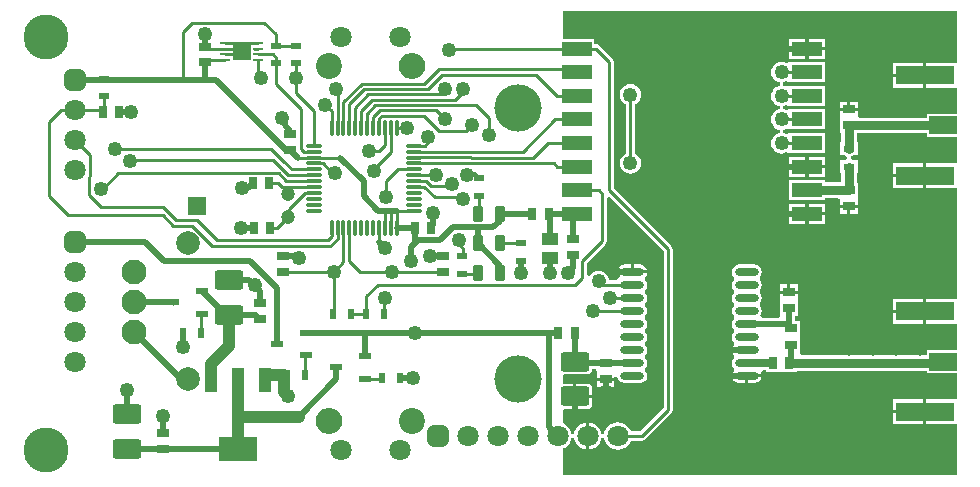
<source format=gtl>
G04*
G04 #@! TF.GenerationSoftware,Altium Limited,Altium Designer,18.1.1 (9)*
G04*
G04 Layer_Physical_Order=1*
G04 Layer_Color=255*
%FSLAX42Y42*%
%MOMM*%
G71*
G01*
G75*
%ADD42C,4.00*%
%ADD43C,1.20*%
%ADD44R,1.00X2.15*%
%ADD45R,3.25X2.15*%
%ADD46R,0.95X0.60*%
%ADD47R,1.50X1.50*%
%ADD48R,0.85X0.25*%
%ADD49R,1.00X0.80*%
G04:AMPARAMS|DCode=50|XSize=1.66mm|YSize=2.42mm|CornerRadius=0.25mm|HoleSize=0mm|Usage=FLASHONLY|Rotation=270.000|XOffset=0mm|YOffset=0mm|HoleType=Round|Shape=RoundedRectangle|*
%AMROUNDEDRECTD50*
21,1,1.66,1.92,0,0,270.0*
21,1,1.16,2.42,0,0,270.0*
1,1,0.50,-0.96,-0.58*
1,1,0.50,-0.96,0.58*
1,1,0.50,0.96,0.58*
1,1,0.50,0.96,-0.58*
%
%ADD50ROUNDEDRECTD50*%
%ADD51R,0.80X1.00*%
%ADD52R,1.02X0.74*%
%ADD53O,1.45X0.30*%
%ADD54O,0.30X1.45*%
%ADD55R,0.60X0.95*%
%ADD56R,1.00X0.60*%
%ADD57R,0.74X1.02*%
%ADD58R,4.90X1.60*%
%ADD59R,2.35X1.50*%
%ADD60R,1.45X1.00*%
G04:AMPARAMS|DCode=61|XSize=0.86mm|YSize=1.35mm|CornerRadius=0.22mm|HoleSize=0mm|Usage=FLASHONLY|Rotation=0.000|XOffset=0mm|YOffset=0mm|HoleType=Round|Shape=RoundedRectangle|*
%AMROUNDEDRECTD61*
21,1,0.86,0.91,0,0,0.0*
21,1,0.42,1.35,0,0,0.0*
1,1,0.44,0.21,-0.46*
1,1,0.44,-0.21,-0.46*
1,1,0.44,-0.21,0.46*
1,1,0.44,0.21,0.46*
%
%ADD61ROUNDEDRECTD61*%
%ADD62R,2.50X1.20*%
%ADD63O,2.00X0.70*%
%ADD64C,0.25*%
%ADD65C,0.50*%
%ADD66C,1.00*%
%ADD67C,0.80*%
%ADD68C,0.70*%
G04:AMPARAMS|DCode=69|XSize=1.8mm|YSize=1.8mm|CornerRadius=0.45mm|HoleSize=0mm|Usage=FLASHONLY|Rotation=0.000|XOffset=0mm|YOffset=0mm|HoleType=Round|Shape=RoundedRectangle|*
%AMROUNDEDRECTD69*
21,1,1.80,0.90,0,0,0.0*
21,1,0.90,1.80,0,0,0.0*
1,1,0.90,0.45,-0.45*
1,1,0.90,-0.45,-0.45*
1,1,0.90,-0.45,0.45*
1,1,0.90,0.45,0.45*
%
%ADD69ROUNDEDRECTD69*%
%ADD70C,1.80*%
%ADD71C,1.25*%
%ADD72O,2.25X2.20*%
%ADD73C,2.20*%
G04:AMPARAMS|DCode=74|XSize=1.8mm|YSize=1.8mm|CornerRadius=0.45mm|HoleSize=0mm|Usage=FLASHONLY|Rotation=270.000|XOffset=0mm|YOffset=0mm|HoleType=Round|Shape=RoundedRectangle|*
%AMROUNDEDRECTD74*
21,1,1.80,0.90,0,0,270.0*
21,1,0.90,1.80,0,0,270.0*
1,1,0.90,-0.45,-0.45*
1,1,0.90,-0.45,0.45*
1,1,0.90,0.45,0.45*
1,1,0.90,0.45,-0.45*
%
%ADD74ROUNDEDRECTD74*%
%ADD75C,2.00*%
%ADD76C,2.10*%
%ADD77C,3.80*%
%ADD78C,1.00*%
G36*
X7964Y3555D02*
X7963Y3530D01*
X7939Y3530D01*
X7705D01*
Y3425D01*
Y3320D01*
X7939D01*
X7963Y3320D01*
X7964Y3295D01*
Y3100D01*
X7707D01*
Y3066D01*
X7149D01*
X7125Y3070D01*
X7125Y3091D01*
Y3122D01*
X7050D01*
X6975D01*
Y3090D01*
X6975Y3070D01*
X6975Y3045D01*
Y2935D01*
X6984D01*
Y2855D01*
X6977D01*
Y2745D01*
X7015D01*
X7017Y2743D01*
X7029Y2738D01*
X7031Y2725D01*
X7029Y2712D01*
X7017Y2707D01*
X7015Y2705D01*
X6977D01*
Y2595D01*
X6984D01*
Y2516D01*
X6845D01*
Y2535D01*
X6545D01*
Y2365D01*
X6845D01*
Y2384D01*
X6951D01*
X6975Y2380D01*
X6975Y2359D01*
Y2328D01*
X7125D01*
Y2360D01*
X7125Y2380D01*
X7125Y2405D01*
Y2515D01*
X7116D01*
Y2595D01*
X7123D01*
Y2705D01*
X7085D01*
X7083Y2707D01*
X7071Y2712D01*
X7069Y2725D01*
X7071Y2738D01*
X7083Y2743D01*
X7085Y2745D01*
X7123D01*
Y2855D01*
X7116D01*
Y2934D01*
X7707D01*
Y2900D01*
X7964D01*
Y2705D01*
X7963Y2680D01*
X7939Y2680D01*
X7705D01*
Y2575D01*
Y2470D01*
X7939D01*
X7963Y2470D01*
X7964Y2445D01*
Y1555D01*
X7963Y1530D01*
X7939Y1530D01*
X7705D01*
Y1425D01*
Y1320D01*
X7939D01*
X7963Y1320D01*
X7964Y1295D01*
Y1100D01*
X7707D01*
Y1056D01*
X6653D01*
X6636Y1074D01*
Y1196D01*
X6636Y1199D01*
Y1221D01*
X6636Y1224D01*
Y1346D01*
X6591D01*
Y1387D01*
X6615D01*
Y1497D01*
X6615Y1518D01*
X6615Y1543D01*
Y1575D01*
X6465D01*
Y1543D01*
X6465Y1522D01*
X6465Y1497D01*
Y1387D01*
X6446Y1371D01*
X6313D01*
X6300Y1396D01*
X6307Y1406D01*
X6312Y1430D01*
X6307Y1454D01*
X6294Y1474D01*
Y1496D01*
X6307Y1516D01*
X6312Y1540D01*
X6307Y1564D01*
X6294Y1584D01*
Y1606D01*
X6307Y1626D01*
X6312Y1650D01*
X6307Y1674D01*
X6294Y1694D01*
Y1716D01*
X6307Y1736D01*
X6312Y1760D01*
X6307Y1784D01*
X6294Y1804D01*
X6274Y1817D01*
X6250Y1822D01*
X6120D01*
X6096Y1817D01*
X6076Y1804D01*
X6063Y1784D01*
X6058Y1760D01*
X6063Y1736D01*
X6076Y1716D01*
Y1694D01*
X6063Y1674D01*
X6058Y1650D01*
X6063Y1626D01*
X6076Y1606D01*
Y1584D01*
X6063Y1564D01*
X6058Y1540D01*
X6063Y1516D01*
X6076Y1496D01*
Y1474D01*
X6063Y1454D01*
X6058Y1430D01*
X6063Y1406D01*
X6073Y1391D01*
X6075Y1375D01*
X6073Y1359D01*
X6063Y1344D01*
X6058Y1320D01*
X6063Y1296D01*
X6076Y1276D01*
Y1254D01*
X6063Y1234D01*
X6058Y1210D01*
X6063Y1186D01*
X6076Y1166D01*
Y1144D01*
X6063Y1124D01*
X6061Y1113D01*
X6185D01*
Y1087D01*
X6061D01*
X6063Y1076D01*
X6076Y1056D01*
Y1034D01*
X6063Y1014D01*
X6058Y990D01*
X6063Y966D01*
X6076Y946D01*
Y924D01*
X6063Y904D01*
X6061Y893D01*
X6185D01*
X6309D01*
X6307Y904D01*
X6320Y928D01*
X6345D01*
Y915D01*
X6455D01*
X6475Y915D01*
X6500Y915D01*
X6610D01*
Y924D01*
X7707D01*
Y900D01*
X7964D01*
Y705D01*
X7963Y680D01*
X7939Y680D01*
X7705D01*
Y575D01*
Y470D01*
X7939D01*
X7963Y470D01*
X7964Y445D01*
Y36D01*
X4630D01*
Y264D01*
X4642Y269D01*
X4666Y288D01*
X4685Y312D01*
X4696Y340D01*
X4698Y355D01*
X4724D01*
X4726Y340D01*
X4737Y312D01*
X4756Y288D01*
X4780Y269D01*
X4808Y258D01*
X4825Y255D01*
Y370D01*
Y485D01*
X4808Y482D01*
X4780Y471D01*
X4756Y452D01*
X4737Y428D01*
X4726Y400D01*
X4724Y385D01*
X4698D01*
X4696Y400D01*
X4685Y428D01*
X4666Y452D01*
X4642Y471D01*
X4630Y476D01*
Y592D01*
X4634Y596D01*
X4717D01*
Y705D01*
Y814D01*
X4634D01*
X4630Y818D01*
Y887D01*
X4634Y891D01*
X4826D01*
X4846Y895D01*
X4862Y906D01*
X4873Y922D01*
X4877Y939D01*
X4910D01*
X4915Y915D01*
X4915Y895D01*
Y863D01*
X5065D01*
Y868D01*
X5090Y870D01*
X5093Y856D01*
X5106Y836D01*
X5126Y823D01*
X5150Y818D01*
X5280D01*
X5304Y823D01*
X5324Y836D01*
X5337Y856D01*
X5342Y880D01*
X5337Y904D01*
X5324Y924D01*
Y946D01*
X5337Y966D01*
X5342Y990D01*
X5337Y1014D01*
X5324Y1034D01*
Y1056D01*
X5337Y1076D01*
X5342Y1100D01*
X5337Y1124D01*
X5324Y1144D01*
Y1166D01*
X5337Y1186D01*
X5342Y1210D01*
X5337Y1234D01*
X5324Y1254D01*
Y1276D01*
X5337Y1296D01*
X5342Y1320D01*
X5337Y1344D01*
X5327Y1359D01*
X5325Y1375D01*
X5327Y1391D01*
X5337Y1406D01*
X5342Y1430D01*
X5337Y1454D01*
X5324Y1474D01*
Y1496D01*
X5337Y1516D01*
X5342Y1540D01*
X5337Y1564D01*
X5324Y1584D01*
Y1606D01*
X5337Y1626D01*
X5342Y1650D01*
X5337Y1674D01*
X5324Y1694D01*
Y1716D01*
X5337Y1736D01*
X5339Y1747D01*
X5215D01*
X5091D01*
X5093Y1736D01*
X5106Y1716D01*
Y1712D01*
X5083Y1689D01*
X5018D01*
X5016Y1703D01*
X5007Y1724D01*
X4993Y1743D01*
X4974Y1757D01*
X4953Y1766D01*
X4930Y1769D01*
X4907Y1766D01*
X4886Y1757D01*
X4867Y1743D01*
X4854Y1725D01*
X4852Y1725D01*
X4829Y1730D01*
Y1831D01*
X4987Y1989D01*
X4987Y1989D01*
X4996Y2002D01*
X4999Y2017D01*
Y2384D01*
X5022Y2394D01*
X5481Y1934D01*
Y606D01*
X5284Y409D01*
X5201D01*
X5193Y428D01*
X5174Y452D01*
X5150Y471D01*
X5122Y482D01*
X5092Y486D01*
X5062Y482D01*
X5034Y471D01*
X5010Y452D01*
X4991Y428D01*
X4980Y400D01*
X4978Y385D01*
X4952D01*
X4950Y400D01*
X4939Y428D01*
X4920Y452D01*
X4896Y471D01*
X4868Y482D01*
X4851Y485D01*
Y370D01*
Y255D01*
X4868Y258D01*
X4896Y269D01*
X4920Y288D01*
X4939Y312D01*
X4950Y340D01*
X4952Y355D01*
X4978D01*
X4980Y340D01*
X4991Y312D01*
X5010Y288D01*
X5034Y269D01*
X5062Y258D01*
X5092Y254D01*
X5122Y258D01*
X5150Y269D01*
X5174Y288D01*
X5193Y312D01*
X5201Y331D01*
X5300D01*
X5315Y334D01*
X5327Y343D01*
X5547Y563D01*
X5547Y563D01*
X5556Y575D01*
X5559Y590D01*
Y1950D01*
X5559Y1950D01*
X5556Y1965D01*
X5547Y1977D01*
X5547Y1977D01*
X5059Y2466D01*
Y3540D01*
X5056Y3555D01*
X5047Y3567D01*
X5047Y3567D01*
X4937Y3677D01*
X4925Y3686D01*
X4910Y3689D01*
X4895D01*
Y3735D01*
X4630D01*
Y3964D01*
X7964D01*
Y3555D01*
D02*
G37*
%LPC*%
G36*
X6845Y3735D02*
X6708D01*
Y3663D01*
X6845D01*
Y3735D01*
D02*
G37*
G36*
X6682D02*
X6545D01*
Y3663D01*
X6682D01*
Y3735D01*
D02*
G37*
G36*
X6845Y3637D02*
X6708D01*
Y3565D01*
X6845D01*
Y3637D01*
D02*
G37*
G36*
X6682D02*
X6545D01*
Y3565D01*
X6682D01*
Y3637D01*
D02*
G37*
G36*
X7680Y3530D02*
X7422D01*
Y3438D01*
X7680D01*
Y3530D01*
D02*
G37*
G36*
X6480Y3539D02*
X6457Y3536D01*
X6436Y3527D01*
X6417Y3513D01*
X6403Y3494D01*
X6394Y3473D01*
X6391Y3450D01*
X6394Y3427D01*
X6403Y3406D01*
X6417Y3387D01*
X6436Y3373D01*
X6457Y3364D01*
X6465Y3363D01*
X6470Y3363D01*
Y3337D01*
X6465Y3337D01*
X6457Y3336D01*
X6436Y3327D01*
X6417Y3313D01*
X6403Y3294D01*
X6394Y3273D01*
X6391Y3250D01*
X6394Y3227D01*
X6403Y3206D01*
X6417Y3187D01*
X6436Y3173D01*
X6457Y3164D01*
X6465Y3163D01*
X6470Y3163D01*
Y3137D01*
X6465Y3137D01*
X6457Y3136D01*
X6436Y3127D01*
X6417Y3113D01*
X6403Y3094D01*
X6394Y3073D01*
X6391Y3050D01*
X6394Y3027D01*
X6403Y3006D01*
X6417Y2987D01*
X6436Y2973D01*
X6457Y2964D01*
X6465Y2963D01*
X6470Y2963D01*
Y2937D01*
X6465Y2937D01*
X6457Y2936D01*
X6436Y2927D01*
X6417Y2913D01*
X6403Y2894D01*
X6394Y2873D01*
X6391Y2850D01*
X6394Y2827D01*
X6403Y2806D01*
X6417Y2787D01*
X6436Y2773D01*
X6457Y2764D01*
X6480Y2761D01*
X6503Y2764D01*
X6520Y2771D01*
X6545Y2765D01*
Y2765D01*
X6845D01*
Y2935D01*
X6545D01*
X6545Y2935D01*
X6520Y2929D01*
X6503Y2936D01*
X6495Y2937D01*
X6490Y2937D01*
Y2963D01*
X6495Y2963D01*
X6503Y2964D01*
X6520Y2971D01*
X6545Y2965D01*
Y2965D01*
X6845D01*
Y3135D01*
X6545D01*
X6545Y3135D01*
X6520Y3129D01*
X6503Y3136D01*
X6495Y3137D01*
X6490Y3137D01*
Y3163D01*
X6495Y3163D01*
X6503Y3164D01*
X6520Y3171D01*
X6545Y3165D01*
Y3165D01*
X6845D01*
Y3335D01*
X6545D01*
X6545Y3335D01*
X6520Y3329D01*
X6503Y3336D01*
X6495Y3337D01*
X6490Y3337D01*
Y3363D01*
X6495Y3363D01*
X6503Y3364D01*
X6520Y3371D01*
X6545Y3365D01*
Y3365D01*
X6845D01*
Y3535D01*
X6545D01*
X6545Y3535D01*
X6520Y3529D01*
X6503Y3536D01*
X6480Y3539D01*
D02*
G37*
G36*
X7680Y3412D02*
X7422D01*
Y3320D01*
X7680D01*
Y3412D01*
D02*
G37*
G36*
X7125Y3200D02*
X7063D01*
Y3148D01*
X7125D01*
Y3200D01*
D02*
G37*
G36*
X7037D02*
X6975D01*
Y3148D01*
X7037D01*
Y3200D01*
D02*
G37*
G36*
X6845Y2735D02*
X6708D01*
Y2663D01*
X6845D01*
Y2735D01*
D02*
G37*
G36*
X6682D02*
X6545D01*
Y2663D01*
X6682D01*
Y2735D01*
D02*
G37*
G36*
X5200Y3349D02*
X5177Y3346D01*
X5156Y3337D01*
X5137Y3323D01*
X5123Y3304D01*
X5114Y3283D01*
X5111Y3260D01*
X5114Y3237D01*
X5123Y3216D01*
X5137Y3197D01*
X5156Y3183D01*
X5161Y3181D01*
Y2759D01*
X5156Y2757D01*
X5137Y2743D01*
X5123Y2724D01*
X5114Y2703D01*
X5111Y2680D01*
X5114Y2657D01*
X5123Y2636D01*
X5137Y2617D01*
X5156Y2603D01*
X5177Y2594D01*
X5200Y2591D01*
X5223Y2594D01*
X5244Y2603D01*
X5263Y2617D01*
X5277Y2636D01*
X5286Y2657D01*
X5289Y2680D01*
X5286Y2703D01*
X5277Y2724D01*
X5263Y2743D01*
X5244Y2757D01*
X5239Y2759D01*
Y3181D01*
X5244Y3183D01*
X5263Y3197D01*
X5277Y3216D01*
X5286Y3237D01*
X5289Y3260D01*
X5286Y3283D01*
X5277Y3304D01*
X5263Y3323D01*
X5244Y3337D01*
X5223Y3346D01*
X5200Y3349D01*
D02*
G37*
G36*
X7680Y2680D02*
X7422D01*
Y2588D01*
X7680D01*
Y2680D01*
D02*
G37*
G36*
X6845Y2637D02*
X6708D01*
Y2565D01*
X6845D01*
Y2637D01*
D02*
G37*
G36*
X6682D02*
X6545D01*
Y2565D01*
X6682D01*
Y2637D01*
D02*
G37*
G36*
X7680Y2562D02*
X7422D01*
Y2470D01*
X7680D01*
Y2562D01*
D02*
G37*
G36*
X6845Y2335D02*
X6708D01*
Y2263D01*
X6845D01*
Y2335D01*
D02*
G37*
G36*
X6682D02*
X6545D01*
Y2263D01*
X6682D01*
Y2335D01*
D02*
G37*
G36*
X7125Y2302D02*
X7063D01*
Y2250D01*
X7125D01*
Y2302D01*
D02*
G37*
G36*
X7037D02*
X6975D01*
Y2250D01*
X7037D01*
Y2302D01*
D02*
G37*
G36*
X6845Y2237D02*
X6708D01*
Y2165D01*
X6845D01*
Y2237D01*
D02*
G37*
G36*
X6682D02*
X6545D01*
Y2165D01*
X6682D01*
Y2237D01*
D02*
G37*
G36*
X5280Y1822D02*
X5228D01*
Y1773D01*
X5339D01*
X5337Y1784D01*
X5324Y1804D01*
X5304Y1817D01*
X5280Y1822D01*
D02*
G37*
G36*
X5202D02*
X5150D01*
X5126Y1817D01*
X5106Y1804D01*
X5093Y1784D01*
X5091Y1773D01*
X5202D01*
Y1822D01*
D02*
G37*
G36*
X6615Y1653D02*
X6553D01*
Y1600D01*
X6615D01*
Y1653D01*
D02*
G37*
G36*
X6527D02*
X6465D01*
Y1600D01*
X6527D01*
Y1653D01*
D02*
G37*
G36*
X7680Y1530D02*
X7422D01*
Y1438D01*
X7680D01*
Y1530D01*
D02*
G37*
G36*
Y1412D02*
X7422D01*
Y1320D01*
X7680D01*
Y1412D01*
D02*
G37*
G36*
X6309Y867D02*
X6198D01*
Y818D01*
X6250D01*
X6274Y823D01*
X6294Y836D01*
X6307Y856D01*
X6309Y867D01*
D02*
G37*
G36*
X6172D02*
X6061D01*
X6063Y856D01*
X6076Y836D01*
X6096Y823D01*
X6120Y818D01*
X6172D01*
Y867D01*
D02*
G37*
G36*
X5065Y837D02*
X5003D01*
Y785D01*
X5065D01*
Y837D01*
D02*
G37*
G36*
X4977D02*
X4915D01*
Y785D01*
X4977D01*
Y837D01*
D02*
G37*
G36*
X4826Y814D02*
X4743D01*
Y718D01*
X4877D01*
Y763D01*
X4873Y783D01*
X4862Y799D01*
X4846Y810D01*
X4826Y814D01*
D02*
G37*
G36*
X4877Y692D02*
X4743D01*
Y596D01*
X4826D01*
X4846Y600D01*
X4862Y611D01*
X4873Y627D01*
X4877Y647D01*
Y692D01*
D02*
G37*
G36*
X7680Y680D02*
X7422D01*
Y588D01*
X7680D01*
Y680D01*
D02*
G37*
G36*
Y562D02*
X7422D01*
Y470D01*
X7680D01*
Y562D01*
D02*
G37*
%LPD*%
D42*
X4250Y850D02*
D03*
Y3150D02*
D03*
D43*
X2300Y2420D02*
D03*
Y2220D02*
D03*
D44*
X2110Y843D02*
D03*
X1880D02*
D03*
X1650D02*
D03*
D45*
X1880Y258D02*
D03*
D46*
X2370Y3675D02*
D03*
Y3525D02*
D03*
X2200Y3675D02*
D03*
Y3525D02*
D03*
X740Y3395D02*
D03*
Y3245D02*
D03*
X4270Y1855D02*
D03*
Y2005D02*
D03*
X7050Y2800D02*
D03*
Y2650D02*
D03*
X3770Y1745D02*
D03*
Y1895D02*
D03*
X3920Y2405D02*
D03*
Y2555D02*
D03*
D47*
X1908Y3625D02*
D03*
X1530Y2320D02*
D03*
D48*
X1766Y3700D02*
D03*
Y3650D02*
D03*
Y3600D02*
D03*
Y3550D02*
D03*
X2050Y3700D02*
D03*
Y3650D02*
D03*
Y3600D02*
D03*
Y3550D02*
D03*
D49*
X1600Y3667D02*
D03*
Y3533D02*
D03*
X6540Y1588D02*
D03*
Y1452D02*
D03*
X2320Y2790D02*
D03*
Y2925D02*
D03*
X2260Y1895D02*
D03*
Y1760D02*
D03*
X2060Y1362D02*
D03*
Y1498D02*
D03*
X1240Y260D02*
D03*
Y395D02*
D03*
X7050Y3135D02*
D03*
Y3000D02*
D03*
Y2450D02*
D03*
Y2315D02*
D03*
X4710Y2038D02*
D03*
Y1902D02*
D03*
X3610Y1895D02*
D03*
Y1760D02*
D03*
X4990Y985D02*
D03*
Y850D02*
D03*
D50*
X1800Y1393D02*
D03*
Y1688D02*
D03*
X940Y262D02*
D03*
Y557D02*
D03*
X4730Y1000D02*
D03*
Y705D02*
D03*
D51*
X6410Y990D02*
D03*
X6545D02*
D03*
X868Y3110D02*
D03*
X732D02*
D03*
X2005Y2510D02*
D03*
X2140D02*
D03*
X2012Y2130D02*
D03*
X2148D02*
D03*
X3372D02*
D03*
X3508D02*
D03*
D52*
X6560Y1136D02*
D03*
Y1284D02*
D03*
D53*
X2523Y2277D02*
D03*
Y2327D02*
D03*
Y2377D02*
D03*
Y2427D02*
D03*
Y2477D02*
D03*
Y2527D02*
D03*
Y2577D02*
D03*
Y2627D02*
D03*
Y2677D02*
D03*
Y2727D02*
D03*
Y2777D02*
D03*
Y2827D02*
D03*
X3367D02*
D03*
Y2777D02*
D03*
Y2727D02*
D03*
Y2677D02*
D03*
Y2627D02*
D03*
Y2577D02*
D03*
Y2527D02*
D03*
Y2477D02*
D03*
Y2427D02*
D03*
Y2377D02*
D03*
Y2327D02*
D03*
Y2277D02*
D03*
D54*
X2670Y2975D02*
D03*
X2720D02*
D03*
X2770D02*
D03*
X2820D02*
D03*
X2870D02*
D03*
X2920D02*
D03*
X2970D02*
D03*
X3020D02*
D03*
X3070D02*
D03*
X3120D02*
D03*
X3170D02*
D03*
X3220D02*
D03*
Y2130D02*
D03*
X3170D02*
D03*
X3120D02*
D03*
X3070D02*
D03*
X3020D02*
D03*
X2970D02*
D03*
X2920D02*
D03*
X2870D02*
D03*
X2820D02*
D03*
X2770D02*
D03*
X2720D02*
D03*
X2670D02*
D03*
D55*
X3115Y1400D02*
D03*
X2965D02*
D03*
X2835D02*
D03*
X2685D02*
D03*
X1410Y1240D02*
D03*
X1560D02*
D03*
X2295Y890D02*
D03*
X2445D02*
D03*
X3245Y860D02*
D03*
X3095D02*
D03*
D56*
X1330Y1500D02*
D03*
X1570Y1595D02*
D03*
Y1405D02*
D03*
X2450Y1055D02*
D03*
Y1245D02*
D03*
X2210Y1150D02*
D03*
X2950Y855D02*
D03*
Y1045D02*
D03*
X2710Y950D02*
D03*
D57*
X4733Y1240D02*
D03*
X4587D02*
D03*
X4367Y2250D02*
D03*
X4513D02*
D03*
D58*
X7693Y1425D02*
D03*
Y575D02*
D03*
Y2575D02*
D03*
Y3425D02*
D03*
D59*
X7850Y1000D02*
D03*
Y3000D02*
D03*
D60*
X4520Y2040D02*
D03*
Y1880D02*
D03*
D61*
X4094Y2250D02*
D03*
X3906D02*
D03*
Y2000D02*
D03*
X4094D02*
D03*
X3906Y1750D02*
D03*
X4094D02*
D03*
D62*
X6695Y2250D02*
D03*
Y2450D02*
D03*
Y2650D02*
D03*
Y2850D02*
D03*
Y3050D02*
D03*
Y3250D02*
D03*
Y3450D02*
D03*
Y3650D02*
D03*
X4745Y2250D02*
D03*
Y2450D02*
D03*
Y2650D02*
D03*
Y2850D02*
D03*
Y3050D02*
D03*
Y3250D02*
D03*
Y3450D02*
D03*
Y3650D02*
D03*
D63*
X5215Y1760D02*
D03*
Y1650D02*
D03*
Y1540D02*
D03*
Y1430D02*
D03*
Y1320D02*
D03*
Y1210D02*
D03*
Y1100D02*
D03*
Y990D02*
D03*
Y880D02*
D03*
X6185Y1760D02*
D03*
Y1650D02*
D03*
Y1540D02*
D03*
Y1430D02*
D03*
Y1320D02*
D03*
Y1210D02*
D03*
Y1100D02*
D03*
Y990D02*
D03*
Y880D02*
D03*
D64*
X2700Y3300D02*
X2720Y3280D01*
X2590Y3200D02*
X2670Y3120D01*
X3660Y3650D02*
X4745D01*
X5520Y590D02*
Y1950D01*
X5020Y2450D02*
X5520Y1950D01*
X5020Y2450D02*
Y3540D01*
X5300Y370D02*
X5520Y590D01*
X5100Y370D02*
X5300D01*
X4910Y3650D02*
X5020Y3540D01*
X4745Y2450D02*
X4930D01*
X4960Y2420D01*
Y2017D02*
Y2420D01*
X5200Y2680D02*
Y3260D01*
X4790Y1847D02*
X4960Y2017D01*
X4790Y1710D02*
Y1847D01*
X4730Y1650D02*
X4790Y1710D01*
X3863Y1650D02*
X4730D01*
X4930Y1680D02*
X4960Y1650D01*
X5215D01*
X4880Y1430D02*
X5215D01*
X4745Y3650D02*
X4910D01*
X2720Y2975D02*
Y3280D01*
X2523Y2827D02*
Y3117D01*
X2370Y3270D02*
X2523Y3117D01*
X2370Y3270D02*
Y3400D01*
X2050Y3420D02*
X2070Y3400D01*
X2050Y3420D02*
Y3550D01*
X2670Y2975D02*
Y3120D01*
X3858Y2583D02*
X3875Y2600D01*
X2110Y843D02*
X2158Y890D01*
X3090Y855D02*
X3095Y860D01*
X2950Y855D02*
X3090D01*
X1800Y1357D02*
X1835Y1393D01*
X1875Y262D02*
X1880Y258D01*
X3508Y2577D02*
X3530Y2600D01*
X5215Y1430D02*
X5215Y1430D01*
X3542Y2390D02*
X3770D01*
X3511Y2485D02*
X3675D01*
X3690Y2500D01*
X3454Y2477D02*
X3542Y2390D01*
X3367Y2477D02*
X3454D01*
X3468Y2527D02*
X3511Y2485D01*
X3367Y2527D02*
X3468D01*
X3813Y2583D02*
X3858D01*
X3834Y2683D02*
X3839Y2677D01*
X3766Y2683D02*
X3834D01*
X3761Y2677D02*
X3766Y2683D01*
X3770Y2390D02*
X3780Y2380D01*
X3367Y2677D02*
X3761D01*
X3368Y2728D02*
X3853D01*
X3368Y2777D02*
X4287D01*
X3458Y2827D02*
X3490Y2860D01*
X3367Y2827D02*
X3458D01*
X3750Y1990D02*
Y2030D01*
X3839Y2677D02*
X4553D01*
X3854Y2727D02*
X4378D01*
X3853Y2728D02*
X3854Y2727D01*
X3183Y1755D02*
X3605D01*
X3610Y1760D01*
X3178D02*
X3183Y1755D01*
X3490Y2860D02*
Y2900D01*
X3580Y2950D02*
X3810D01*
X3450Y3080D02*
X3580Y2950D01*
X3094Y3080D02*
X3450D01*
X3889Y3171D02*
X4000Y3060D01*
Y2920D02*
Y3060D01*
X3605Y3430D02*
X4400D01*
X3482Y3307D02*
X3605Y3430D01*
X2947Y3307D02*
X3482D01*
X3453Y3353D02*
X3580Y3480D01*
X2923Y3353D02*
X3453D01*
X3580Y3480D02*
X4715D01*
X3689Y3215D02*
X3691Y3216D01*
X3591Y3215D02*
X3689D01*
X3708Y3170D02*
X3709Y3171D01*
X3572Y3170D02*
X3708D01*
X3553Y3126D02*
X3628Y3050D01*
X3630D01*
X3076Y3126D02*
X3553D01*
X3571Y3171D02*
X3572Y3170D01*
X3041Y3171D02*
X3571D01*
X3589Y3216D02*
X3591Y3215D01*
X3016Y3216D02*
X3589D01*
X3630Y3290D02*
Y3310D01*
X3602Y3262D02*
X3630Y3290D01*
X3709Y3171D02*
X3889D01*
X3691Y3216D02*
X3716D01*
X4400Y3430D02*
X4580Y3250D01*
X4715Y3480D02*
X4745Y3450D01*
X3010Y2610D02*
X3170Y2770D01*
Y2975D01*
X3010Y2610D02*
X3030D01*
X2523Y2727D02*
X2742D01*
X1410Y3381D02*
Y3790D01*
X1490Y3870D01*
X2100D01*
X2200Y3770D01*
Y3675D02*
Y3770D01*
Y3675D02*
X2370D01*
X1617Y3650D02*
X1766D01*
X1600Y3667D02*
X1617Y3650D01*
X1600Y3391D02*
X1610Y3381D01*
X1600Y3533D02*
X1617Y3550D01*
X1766D01*
X1883Y3600D02*
X1908Y3625D01*
X1766Y3600D02*
X1883D01*
X1833Y3700D02*
X1883Y3650D01*
X1908Y3625D01*
X1766Y3650D02*
X1883D01*
X1766Y3700D02*
X1833D01*
X1908Y3625D02*
X1983Y3700D01*
X2050D01*
X2016Y3650D02*
X2050D01*
X2200Y3525D02*
Y3570D01*
X2170Y3600D02*
X2200Y3570D01*
X2050Y3600D02*
X2170D01*
X2370Y3400D02*
Y3525D01*
X2200Y3350D02*
Y3525D01*
Y3350D02*
X2410Y3140D01*
Y3097D02*
Y3140D01*
Y3097D02*
X2412Y3094D01*
Y2800D02*
Y3094D01*
Y2800D02*
X2435Y2777D01*
X2523D01*
X6545Y990D02*
X6560Y1005D01*
X6410Y990D02*
X6410Y990D01*
X6533Y1320D02*
X6540Y1314D01*
X3072Y2975D02*
Y3058D01*
X3810Y2950D02*
X3860Y3000D01*
X716Y3127D02*
X740Y3151D01*
Y3245D01*
X500Y3127D02*
X716D01*
X3750Y1990D02*
X3780Y1960D01*
X2383Y2727D02*
X2523D01*
X2597Y2677D02*
X2675Y2600D01*
X2523Y2677D02*
X2597D01*
X1800Y1393D02*
X1835D01*
X2333Y2627D02*
X2523D01*
X2287Y2527D02*
X2523D01*
X2448Y2427D02*
X2523D01*
X2311Y2291D02*
X2448Y2427D01*
X2302Y2577D02*
X2523D01*
X2170Y2710D02*
X2302Y2577D01*
X2222Y2593D02*
X2287Y2527D01*
X2260Y2700D02*
X2333Y2627D01*
X2160Y2800D02*
X2260Y2700D01*
X850Y2800D02*
X2160Y2800D01*
X960Y2710D02*
X2170D01*
X3070Y2010D02*
Y2130D01*
X4265Y2000D02*
X4270Y2005D01*
X4094Y2000D02*
X4265D01*
X3901Y1745D02*
X3906Y1750D01*
X3770Y1745D02*
X3901D01*
X3780Y1910D02*
Y1960D01*
X863Y2593D02*
X2222Y2593D01*
X740Y2470D02*
X863Y2593D01*
X500Y2873D02*
X623Y2750D01*
Y2568D02*
Y2750D01*
X620Y2565D02*
X623Y2568D01*
X620Y2410D02*
Y2565D01*
Y2410D02*
X720Y2310D01*
X4730Y1000D02*
X4733Y1003D01*
X4730Y1000D02*
X4740Y990D01*
X3875Y2600D02*
X3920Y2555D01*
X3367Y2727D02*
X3368Y2728D01*
X3367Y2577D02*
X3508D01*
X5030Y1540D02*
X5215D01*
X7050Y2450D02*
X7050Y2450D01*
X3130Y2390D02*
Y2530D01*
Y2380D02*
Y2390D01*
X3310Y2975D02*
X3325D01*
X3220D02*
X3310D01*
X3130Y2530D02*
X3228Y2627D01*
X3367D01*
X2990Y2780D02*
X3070D01*
X3120Y2830D01*
Y2975D01*
X3020Y3070D02*
X3076Y3126D01*
X4287Y2777D02*
X4560Y3050D01*
X3367Y2777D02*
X3368Y2777D01*
X3716Y3216D02*
X3790Y3290D01*
X2982Y3262D02*
X3602D01*
X3072Y3058D02*
X3094Y3080D01*
X3070Y2975D02*
X3072D01*
X2770Y3200D02*
X2923Y3353D01*
X2820Y3180D02*
X2947Y3307D01*
X2870Y3150D02*
X2982Y3262D01*
X2920Y3120D02*
X3016Y3216D01*
X2970Y3100D02*
X3041Y3171D01*
X4580Y2650D02*
X4745D01*
X4553Y2677D02*
X4580Y2650D01*
X4500Y2850D02*
X4745D01*
X4378Y2727D02*
X4500Y2850D01*
X4560Y3050D02*
X4745D01*
X4580Y3250D02*
X4745D01*
X3020Y2975D02*
Y3070D01*
X2970Y2975D02*
Y3100D01*
X2920Y2975D02*
Y3120D01*
X2870Y2975D02*
Y3150D01*
X2820Y2975D02*
Y3180D01*
X2770Y2975D02*
Y3200D01*
X6480Y2850D02*
X6695D01*
X6480Y3050D02*
X6695D01*
X6480Y3250D02*
X6695D01*
X6480Y3450D02*
X6695D01*
X2965Y1400D02*
Y1555D01*
X3060Y1650D01*
X3863D01*
X3863Y1650D01*
X4513Y2230D02*
X4533Y2250D01*
X4513Y2230D02*
X4520Y2224D01*
X4710Y2215D02*
X4745Y2250D01*
X2835Y1400D02*
X2965D01*
X3115Y1535D02*
X3120Y1540D01*
X3115Y1400D02*
Y1535D01*
X2685Y1400D02*
X2690Y1405D01*
Y1760D01*
X3906Y2250D02*
X3920Y2264D01*
Y2405D01*
X3906Y1750D02*
X3920Y1764D01*
X3120Y2130D02*
Y2277D01*
X1530Y2200D02*
X1700Y2030D01*
X1658Y1980D02*
X2660D01*
X1488Y2150D02*
X1658Y1980D01*
X1700Y2030D02*
X2640D01*
X3220Y2277D02*
X3367D01*
X3220Y2130D02*
Y2277D01*
X3170Y2130D02*
Y2277D01*
X2300Y2477D02*
X2523D01*
X2252D02*
X2300D01*
X2220Y2510D02*
X2252Y2477D01*
X2140Y2510D02*
X2220D01*
X1330Y2150D02*
X1488D01*
X1240Y2240D02*
X1330Y2150D01*
X1350Y2200D02*
X1530D01*
X1240Y2310D02*
X1350Y2200D01*
X720Y2310D02*
X1240D01*
X440Y2240D02*
X1240D01*
X377Y3127D02*
X500D01*
X280Y3030D02*
X377Y3127D01*
X280Y2400D02*
Y3030D01*
Y2400D02*
X440Y2240D01*
X2660Y1980D02*
X2720Y2040D01*
Y2130D01*
X2640Y2030D02*
X2670Y2060D01*
Y2130D01*
X2910Y1760D02*
X3178D01*
X2820Y1850D02*
X2910Y1760D01*
X2820Y1850D02*
Y2130D01*
X2690Y1760D02*
X2770Y1840D01*
Y2130D01*
X2260Y1760D02*
X2690D01*
X2148Y2130D02*
X2210D01*
X2300Y2220D01*
X2311Y2231D02*
Y2291D01*
X2300Y2220D02*
X2311Y2231D01*
X2300Y2420D02*
Y2477D01*
X2445Y1050D02*
X2450Y1055D01*
X2445Y890D02*
Y1050D01*
X1773Y1393D02*
X1800D01*
X1560Y1395D02*
X1570Y1405D01*
X1560Y1240D02*
Y1395D01*
X1320Y1500D02*
X1330Y1490D01*
D65*
X4510Y1245D02*
X4587D01*
X3375D02*
X4510D01*
Y444D02*
Y1245D01*
Y444D02*
X4584Y370D01*
X4740Y990D02*
X5215D01*
X4670Y1750D02*
X4710Y1790D01*
X5060Y1760D02*
X5215D01*
X3245Y860D02*
X3360D01*
X2950Y1245D02*
X3375D01*
X2450D02*
X2950D01*
Y1045D02*
Y1245D01*
X940Y262D02*
X1875D01*
X2390Y530D02*
X2710Y850D01*
Y950D01*
X940Y557D02*
Y750D01*
X1240Y395D02*
Y540D01*
X2250Y3060D02*
X2273Y3083D01*
Y3002D02*
Y3083D01*
Y3002D02*
X2320Y2955D01*
X3697Y2138D02*
X4038D01*
X3590Y2030D02*
X3697Y2138D01*
X4038D02*
X4094Y2193D01*
X3340Y1970D02*
X3400Y2030D01*
X3340Y1850D02*
Y1970D01*
X3380Y2030D02*
X3590D01*
X3380D02*
Y2123D01*
X3508Y2130D02*
X3530Y2152D01*
Y2260D01*
X2940Y2400D02*
Y2530D01*
X2742Y2727D02*
X2940Y2530D01*
X3062Y2277D02*
X3170D01*
X2940Y2400D02*
X3062Y2277D01*
X1910Y2470D02*
X1965D01*
X2005Y2510D01*
X1410Y3381D02*
X1610D01*
X500D02*
X1410D01*
X1600Y3700D02*
Y3770D01*
X1610Y3381D02*
X1689D01*
X1600Y3391D02*
Y3533D01*
X1689Y3381D02*
X2280Y2790D01*
X2320D01*
X6560Y1005D02*
Y1136D01*
X6540Y1314D02*
Y1452D01*
X6185Y1320D02*
X6533D01*
X868Y3110D02*
X970D01*
X3906Y2000D02*
Y2110D01*
X2320Y2790D02*
X2383Y2727D01*
X2675Y2600D02*
X2700D01*
X1835Y1393D02*
X2030D01*
X6020Y1100D02*
X6185D01*
X6185Y1100D01*
X6020Y880D02*
X6185D01*
X6480Y3650D02*
X6695D01*
X4990Y740D02*
Y850D01*
X4730Y540D02*
Y705D01*
X1900Y2130D02*
X2012D01*
X6470Y2250D02*
X6695D01*
X6480Y2650D02*
X6695D01*
X4710Y1790D02*
Y1902D01*
X4520Y1750D02*
Y1880D01*
X4270Y1750D02*
Y1855D01*
X3070Y2010D02*
X3120Y1960D01*
X3505Y1895D02*
X3610D01*
X2260D02*
X2365D01*
X1410Y1120D02*
Y1240D01*
X1800Y1688D02*
X1973D01*
X2060Y1600D01*
Y1498D02*
Y1600D01*
X3906Y2000D02*
X4094Y1813D01*
Y1750D02*
Y1813D01*
Y2193D02*
Y2250D01*
X3372Y2130D02*
X3380Y2123D01*
X4733Y1003D02*
Y1240D01*
X4094Y2250D02*
X4367D01*
X4533D02*
X4745D01*
X4520Y2040D02*
Y2224D01*
X4710Y2038D02*
Y2215D01*
X3220Y2130D02*
X3372D01*
X3170Y2277D02*
X3220D01*
X1250Y1850D02*
X1980D01*
X2210Y1150D02*
Y1620D01*
X1980Y1850D02*
X2210Y1620D01*
X1092Y2008D02*
X1250Y1850D01*
X500Y2008D02*
X1092D01*
X1396Y850D02*
X1450D01*
X1000Y1246D02*
X1396Y850D01*
X1570Y1595D02*
X1773Y1393D01*
X1000Y1500D02*
X1320D01*
D66*
X2270Y740D02*
Y885D01*
Y740D02*
X2300Y710D01*
X2158Y890D02*
X2265D01*
X1800Y1130D02*
Y1357D01*
X1650Y980D02*
X1800Y1130D01*
X1650Y843D02*
Y980D01*
X1880Y258D02*
Y843D01*
X1890Y530D02*
X2390D01*
D67*
X2265Y890D02*
X2270Y885D01*
X6560Y990D02*
X7840D01*
X7050Y3000D02*
X7850D01*
X7050Y2800D02*
Y3000D01*
Y2450D02*
Y2650D01*
X6695Y2450D02*
X7050D01*
D68*
X6185Y990D02*
X6410D01*
D69*
X3568Y370D02*
D03*
D70*
X3822D02*
D03*
X4076D02*
D03*
X4330D02*
D03*
X4584D02*
D03*
X4838D02*
D03*
X5092D02*
D03*
X3250Y3750D02*
D03*
X2750D02*
D03*
X500Y2619D02*
D03*
Y3127D02*
D03*
Y2873D02*
D03*
Y1500D02*
D03*
Y1754D02*
D03*
Y1246D02*
D03*
Y992D02*
D03*
X3250Y250D02*
D03*
X2750D02*
D03*
D71*
X2690Y1760D02*
D03*
X3178D02*
D03*
X5400Y740D02*
D03*
X5080Y1970D02*
D03*
X5220Y740D02*
D03*
X5200Y3260D02*
D03*
Y2680D02*
D03*
X4930Y1680D02*
D03*
X4670Y1750D02*
D03*
X5030Y1540D02*
D03*
X4880Y1430D02*
D03*
X5060Y1760D02*
D03*
X2710Y3306D02*
D03*
X2610Y3170D02*
D03*
X2070Y3400D02*
D03*
X1240Y540D02*
D03*
X940Y760D02*
D03*
X2300Y710D02*
D03*
X2250Y3060D02*
D03*
X3550Y2580D02*
D03*
X3813Y2583D02*
D03*
X3780Y2380D02*
D03*
X3750Y2030D02*
D03*
X3340Y1850D02*
D03*
X3490Y2900D02*
D03*
X4000Y2920D02*
D03*
X3630Y3310D02*
D03*
X3780Y3310D02*
D03*
X3530Y2260D02*
D03*
X3030Y2610D02*
D03*
X1910Y2470D02*
D03*
X1908Y3625D02*
D03*
X1600Y3770D02*
D03*
X2370Y3400D02*
D03*
X6900Y2050D02*
D03*
X6700D02*
D03*
X6500D02*
D03*
X6300D02*
D03*
X6050Y750D02*
D03*
X6200D02*
D03*
X5900D02*
D03*
X7300Y650D02*
D03*
X7150Y3650D02*
D03*
X6950D02*
D03*
X7350Y3850D02*
D03*
X7150D02*
D03*
X6950D02*
D03*
X6750D02*
D03*
X6550D02*
D03*
X6350D02*
D03*
X6150D02*
D03*
X5950D02*
D03*
X5750D02*
D03*
X5550D02*
D03*
X5350D02*
D03*
X5150D02*
D03*
X4950D02*
D03*
X7500Y3600D02*
D03*
X7350Y3500D02*
D03*
Y3350D02*
D03*
X7800Y3200D02*
D03*
X7650D02*
D03*
X7500D02*
D03*
X7350D02*
D03*
X7200D02*
D03*
X7060Y3310D02*
D03*
X7850Y2400D02*
D03*
X7700D02*
D03*
X7550D02*
D03*
X7400D02*
D03*
X7800Y2800D02*
D03*
X7650D02*
D03*
X7200Y2850D02*
D03*
X7500Y2800D02*
D03*
X7350D02*
D03*
X7250Y2750D02*
D03*
Y2600D02*
D03*
Y2450D02*
D03*
Y2300D02*
D03*
Y2150D02*
D03*
X7100D02*
D03*
X6950D02*
D03*
X6300Y2250D02*
D03*
Y2450D02*
D03*
Y2650D02*
D03*
X6000Y1000D02*
D03*
X5900Y900D02*
D03*
Y1050D02*
D03*
Y1200D02*
D03*
Y1350D02*
D03*
Y1500D02*
D03*
Y1650D02*
D03*
Y1800D02*
D03*
X6450Y2450D02*
D03*
X7300Y500D02*
D03*
X7400Y400D02*
D03*
Y750D02*
D03*
X7550D02*
D03*
Y400D02*
D03*
X7850Y750D02*
D03*
X7700D02*
D03*
X7400Y1250D02*
D03*
X7850D02*
D03*
X7700D02*
D03*
X7550D02*
D03*
X7300Y1350D02*
D03*
Y1500D02*
D03*
X7400Y1600D02*
D03*
X7550D02*
D03*
X7700D02*
D03*
X7850D02*
D03*
X7650Y850D02*
D03*
X7450D02*
D03*
X7250D02*
D03*
X7050D02*
D03*
X6800D02*
D03*
X6600D02*
D03*
X6400D02*
D03*
X6380Y1440D02*
D03*
X3860Y3000D02*
D03*
X970Y3110D02*
D03*
X6020Y1100D02*
D03*
X6020Y880D02*
D03*
X6480Y3650D02*
D03*
X4990Y740D02*
D03*
X4730Y540D02*
D03*
X3360Y860D02*
D03*
X1900Y2130D02*
D03*
X1530Y2320D02*
D03*
X6490Y2250D02*
D03*
X6480Y2650D02*
D03*
X4270Y1750D02*
D03*
X4520D02*
D03*
X3690Y2500D02*
D03*
X2700Y2600D02*
D03*
X3120Y1960D02*
D03*
X3505Y1895D02*
D03*
X2390Y1880D02*
D03*
X1410Y1120D02*
D03*
X2020Y1650D02*
D03*
X960Y2700D02*
D03*
X720Y2460D02*
D03*
X840Y2800D02*
D03*
X3375Y1245D02*
D03*
X3130Y2390D02*
D03*
X2990Y2780D02*
D03*
X3310Y2975D02*
D03*
X3630Y3050D02*
D03*
X3660Y3640D02*
D03*
X6480Y2850D02*
D03*
Y3050D02*
D03*
Y3250D02*
D03*
Y3450D02*
D03*
X3120Y1540D02*
D03*
D72*
X3350Y3500D02*
D03*
X2650Y500D02*
D03*
D73*
X2650Y3500D02*
D03*
X3350Y500D02*
D03*
D74*
X500Y3381D02*
D03*
Y2008D02*
D03*
D75*
X1450Y850D02*
D03*
Y2000D02*
D03*
D76*
X1000Y1246D02*
D03*
Y1754D02*
D03*
Y1500D02*
D03*
D77*
X250Y250D02*
D03*
Y3750D02*
D03*
X7750Y250D02*
D03*
Y3750D02*
D03*
D78*
X6900Y3450D02*
D03*
Y3250D02*
D03*
Y3050D02*
D03*
Y2850D02*
D03*
Y2650D02*
D03*
X7650Y1100D02*
D03*
X7450D02*
D03*
X7250D02*
D03*
X7050D02*
D03*
X6800Y1110D02*
D03*
M02*

</source>
